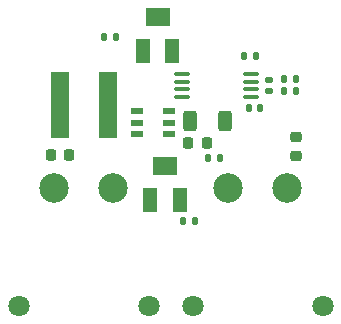
<source format=gbr>
%TF.GenerationSoftware,KiCad,Pcbnew,8.0.6*%
%TF.CreationDate,2024-12-04T14:06:11-08:00*%
%TF.ProjectId,micromppt,6d696372-6f6d-4707-9074-2e6b69636164,rev?*%
%TF.SameCoordinates,Original*%
%TF.FileFunction,Soldermask,Top*%
%TF.FilePolarity,Negative*%
%FSLAX46Y46*%
G04 Gerber Fmt 4.6, Leading zero omitted, Abs format (unit mm)*
G04 Created by KiCad (PCBNEW 8.0.6) date 2024-12-04 14:06:11*
%MOMM*%
%LPD*%
G01*
G04 APERTURE LIST*
G04 Aperture macros list*
%AMRoundRect*
0 Rectangle with rounded corners*
0 $1 Rounding radius*
0 $2 $3 $4 $5 $6 $7 $8 $9 X,Y pos of 4 corners*
0 Add a 4 corners polygon primitive as box body*
4,1,4,$2,$3,$4,$5,$6,$7,$8,$9,$2,$3,0*
0 Add four circle primitives for the rounded corners*
1,1,$1+$1,$2,$3*
1,1,$1+$1,$4,$5*
1,1,$1+$1,$6,$7*
1,1,$1+$1,$8,$9*
0 Add four rect primitives between the rounded corners*
20,1,$1+$1,$2,$3,$4,$5,0*
20,1,$1+$1,$4,$5,$6,$7,0*
20,1,$1+$1,$6,$7,$8,$9,0*
20,1,$1+$1,$8,$9,$2,$3,0*%
G04 Aperture macros list end*
%ADD10R,1.100000X0.600000*%
%ADD11RoundRect,0.225000X0.225000X0.250000X-0.225000X0.250000X-0.225000X-0.250000X0.225000X-0.250000X0*%
%ADD12RoundRect,0.135000X0.135000X0.185000X-0.135000X0.185000X-0.135000X-0.185000X0.135000X-0.185000X0*%
%ADD13C,2.500000*%
%ADD14C,1.800000*%
%ADD15RoundRect,0.135000X-0.135000X-0.185000X0.135000X-0.185000X0.135000X0.185000X-0.135000X0.185000X0*%
%ADD16R,1.300000X2.000000*%
%ADD17R,2.000000X1.600000*%
%ADD18RoundRect,0.140000X-0.140000X-0.170000X0.140000X-0.170000X0.140000X0.170000X-0.140000X0.170000X0*%
%ADD19O,1.450000X0.350000*%
%ADD20RoundRect,0.140000X-0.170000X0.140000X-0.170000X-0.140000X0.170000X-0.140000X0.170000X0.140000X0*%
%ADD21R,1.550000X5.600000*%
%ADD22RoundRect,0.225000X-0.225000X-0.250000X0.225000X-0.250000X0.225000X0.250000X-0.225000X0.250000X0*%
%ADD23RoundRect,0.250000X-0.312500X-0.625000X0.312500X-0.625000X0.312500X0.625000X-0.312500X0.625000X0*%
%ADD24RoundRect,0.225000X0.250000X-0.225000X0.250000X0.225000X-0.250000X0.225000X-0.250000X-0.225000X0*%
G04 APERTURE END LIST*
D10*
%TO.C,U5*%
X76550000Y-48300000D03*
X76550000Y-49250000D03*
X76550000Y-50200000D03*
X79250000Y-50200000D03*
X79250000Y-49250000D03*
X79250000Y-48300000D03*
%TD*%
D11*
%TO.C,C1*%
X70750000Y-52000000D03*
X69200000Y-52000000D03*
%TD*%
D12*
%TO.C,R1*%
X83510000Y-52250000D03*
X82490000Y-52250000D03*
%TD*%
D13*
%TO.C,J2*%
X84250000Y-54750000D03*
X89250000Y-54750000D03*
D14*
X92250000Y-64750000D03*
X81250000Y-64750000D03*
%TD*%
D15*
%TO.C,R2*%
X80390000Y-57600000D03*
X81410000Y-57600000D03*
%TD*%
D13*
%TO.C,J1*%
X69500000Y-54750000D03*
X74500000Y-54750000D03*
D14*
X77500000Y-64750000D03*
X66500000Y-64750000D03*
%TD*%
D16*
%TO.C,U3*%
X77000000Y-43200000D03*
D17*
X78250000Y-40300000D03*
D16*
X79500000Y-43200000D03*
%TD*%
D18*
%TO.C,C4*%
X85600000Y-43600000D03*
X86560000Y-43600000D03*
%TD*%
D19*
%TO.C,U1*%
X80282500Y-45120000D03*
X80282500Y-45780000D03*
X80282500Y-46430000D03*
X80282500Y-47080000D03*
X86142500Y-47080000D03*
X86142500Y-46430000D03*
X86142500Y-45780000D03*
X86142500Y-45120000D03*
%TD*%
D20*
%TO.C,C6*%
X87712500Y-45620000D03*
X87712500Y-46580000D03*
%TD*%
D15*
%TO.C,R4*%
X88952500Y-45540000D03*
X89972500Y-45540000D03*
%TD*%
%TO.C,R5*%
X88962500Y-46540000D03*
X89982500Y-46540000D03*
%TD*%
D18*
%TO.C,C5*%
X86000000Y-48000000D03*
X86960000Y-48000000D03*
%TD*%
D21*
%TO.C,U4*%
X69980000Y-47750000D03*
X74020000Y-47750000D03*
%TD*%
D22*
%TO.C,C2*%
X80850000Y-51000000D03*
X82400000Y-51000000D03*
%TD*%
D23*
%TO.C,R6*%
X81000000Y-49100000D03*
X83925000Y-49100000D03*
%TD*%
D16*
%TO.C,U2*%
X77650000Y-55800000D03*
D17*
X78900000Y-52900000D03*
D16*
X80150000Y-55800000D03*
%TD*%
D24*
%TO.C,C3*%
X90000000Y-52050000D03*
X90000000Y-50500000D03*
%TD*%
D15*
%TO.C,R3*%
X73740000Y-42000000D03*
X74760000Y-42000000D03*
%TD*%
M02*

</source>
